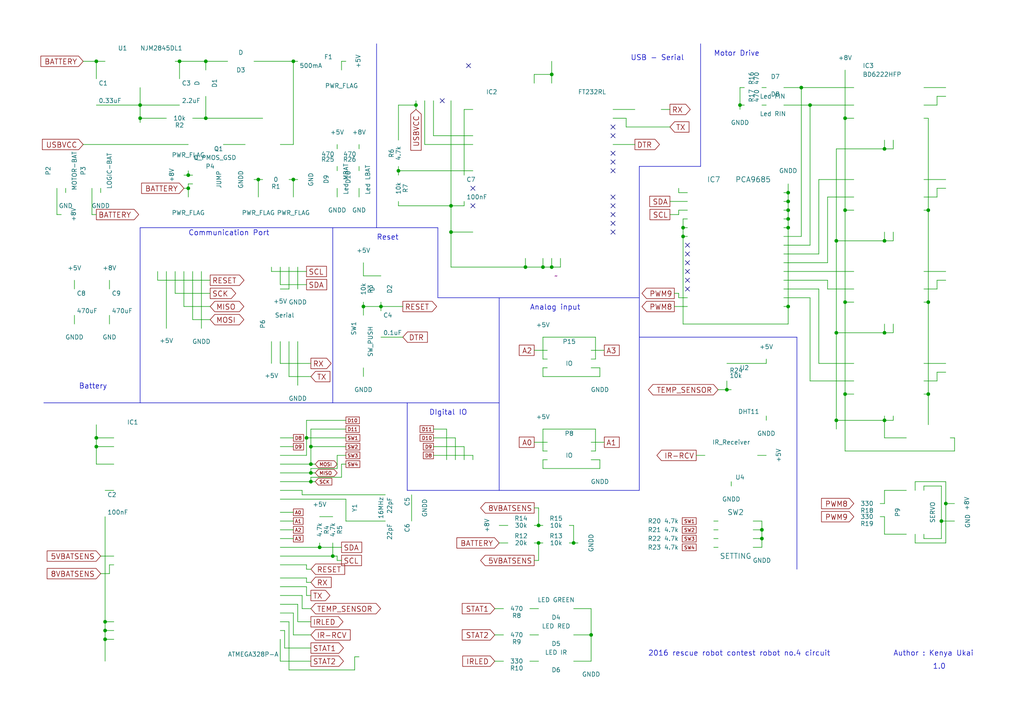
<source format=kicad_sch>
(kicad_sch (version 20230121) (generator eeschema)
  (paper "A4")
  (junction (at 40.64 30.48))
  (junction (at 210.82 113.03))
  (junction (at 54.61 50.8))
  (junction (at 120.65 30.48))
  (junction (at 85.09 52.07))
  (junction (at 92.71 158.75))
  (junction (at 27.94 17.78))
  (junction (at 269.24 114.3))
  (junction (at 228.6 58.42))
  (junction (at 160.02 77.47))
  (junction (at 40.64 34.29))
  (junction (at 90.17 139.7))
  (junction (at 130.81 59.69))
  (junction (at 90.17 134.62))
  (junction (at 88.9 127))
  (junction (at 228.6 88.9))
  (junction (at 273.05 151.13))
  (junction (at 269.24 60.96))
  (junction (at 245.11 34.29))
  (junction (at 220.98 153.67))
  (junction (at 242.57 96.52))
  (junction (at 274.32 146.05))
  (junction (at 105.41 88.9))
  (junction (at 228.6 60.96))
  (junction (at 130.81 67.31))
  (junction (at 156.21 157.48))
  (junction (at 256.54 121.92))
  (junction (at 242.57 69.85))
  (junction (at 232.41 25.4))
  (junction (at 54.61 54.61))
  (junction (at 85.09 17.78))
  (junction (at 198.12 66.04))
  (junction (at 256.54 96.52))
  (junction (at 228.6 55.88))
  (junction (at 27.94 129.54))
  (junction (at 52.07 17.78))
  (junction (at 245.11 87.63))
  (junction (at 156.21 152.4))
  (junction (at 245.11 60.96))
  (junction (at 171.45 184.15))
  (junction (at 30.48 185.42))
  (junction (at 166.37 157.48))
  (junction (at 59.69 34.29))
  (junction (at 90.17 129.54))
  (junction (at 256.54 43.18))
  (junction (at 214.63 30.48))
  (junction (at 110.49 88.9))
  (junction (at 152.4 77.47))
  (junction (at 228.6 63.5))
  (junction (at 30.48 180.34))
  (junction (at 59.69 17.78))
  (junction (at 115.57 49.53))
  (junction (at 242.57 121.92))
  (junction (at 96.52 161.29))
  (junction (at 90.17 137.16))
  (junction (at 220.98 156.21))
  (junction (at 234.95 30.48))
  (junction (at 245.11 114.3))
  (junction (at 74.93 52.07))
  (junction (at 27.94 127))
  (junction (at 256.54 69.85))
  (junction (at 198.12 68.58))
  (junction (at 30.48 182.88))
  (junction (at 269.24 87.63))
  (junction (at 228.6 66.04))
  (junction (at 160.02 21.59))
  (junction (at 157.48 77.47))
  (no_connect (at 177.8 49.53))
  (no_connect (at 137.16 54.61))
  (no_connect (at 177.8 67.31))
  (no_connect (at 177.8 62.23))
  (no_connect (at 199.39 73.66))
  (no_connect (at 177.8 64.77))
  (no_connect (at 177.8 39.37))
  (no_connect (at 199.39 81.28))
  (no_connect (at 199.39 83.82))
  (no_connect (at 199.39 71.12))
  (no_connect (at 177.8 59.69))
  (no_connect (at 177.8 57.15))
  (no_connect (at 199.39 76.2))
  (no_connect (at 177.8 46.99))
  (no_connect (at 135.89 19.05))
  (no_connect (at 128.27 29.21))
  (no_connect (at 177.8 36.83))
  (no_connect (at 177.8 44.45))
  (no_connect (at 137.16 59.69))
  (no_connect (at 199.39 78.74))
  (wire (pts (xy 102.87 194.31) (xy 102.87 190.5)))
  (wire (pts (xy 88.9 127) (xy 100.33 127)))
  (wire (pts (xy 157.48 74.93) (xy 157.48 77.47)))
  (polyline (pts (xy 203.2 48.26) (xy 185.42 48.26)))
  (wire (pts (xy 214.63 25.4) (xy 214.63 30.48)))
  (wire (pts (xy 210.82 110.49) (xy 210.82 113.03)))
  (polyline (pts (xy 40.64 66.04) (xy 127 66.04)))
  (wire (pts (xy 144.78 152.4) (xy 147.32 152.4)))
  (wire (pts (xy 256.54 96.52) (xy 259.08 96.52)))
  (wire (pts (xy 271.78 107.95) (xy 274.32 107.95)))
  (wire (pts (xy 240.03 83.82) (xy 247.65 83.82)))
  (wire (pts (xy 125.73 29.21) (xy 125.73 39.37)))
  (wire (pts (xy 166.37 157.48) (xy 167.64 157.48)))
  (wire (pts (xy 271.78 83.82) (xy 271.78 81.28)))
  (wire (pts (xy 30.48 180.34) (xy 30.48 182.88)))
  (wire (pts (xy 172.72 104.14) (xy 172.72 97.79)))
  (wire (pts (xy 273.05 140.97) (xy 267.97 140.97)))
  (wire (pts (xy 97.79 57.15) (xy 97.79 54.61)))
  (wire (pts (xy 88.9 78.74) (xy 78.74 78.74)))
  (wire (pts (xy 85.09 41.91) (xy 81.28 41.91)))
  (wire (pts (xy 27.94 134.62) (xy 33.02 134.62)))
  (wire (pts (xy 104.14 49.53) (xy 104.14 48.26)))
  (wire (pts (xy 175.26 101.6) (xy 171.45 101.6)))
  (wire (pts (xy 97.79 161.29) (xy 97.79 162.56)))
  (wire (pts (xy 97.79 135.89) (xy 97.79 132.08)))
  (wire (pts (xy 85.09 127) (xy 81.28 127)))
  (wire (pts (xy 81.28 144.78) (xy 100.33 144.78)))
  (wire (pts (xy 55.88 34.29) (xy 59.69 34.29)))
  (wire (pts (xy 81.28 82.55) (xy 81.28 77.47)))
  (wire (pts (xy 207.01 156.21) (xy 208.28 156.21)))
  (wire (pts (xy 242.57 69.85) (xy 256.54 69.85)))
  (wire (pts (xy 198.12 68.58) (xy 199.39 68.58)))
  (wire (pts (xy 158.75 104.14) (xy 157.48 104.14)))
  (wire (pts (xy 269.24 34.29) (xy 269.24 60.96)))
  (wire (pts (xy 194.31 62.23) (xy 196.85 62.23)))
  (wire (pts (xy 228.6 88.9) (xy 228.6 66.04)))
  (wire (pts (xy 90.17 124.46) (xy 100.33 124.46)))
  (wire (pts (xy 97.79 48.26) (xy 97.79 49.53)))
  (wire (pts (xy 130.81 77.47) (xy 152.4 77.47)))
  (polyline (pts (xy 109.22 66.04) (xy 109.22 12.7)))
  (wire (pts (xy 262.89 154.94) (xy 256.54 154.94)))
  (wire (pts (xy 171.45 184.15) (xy 166.37 184.15)))
  (wire (pts (xy 265.43 154.94) (xy 265.43 157.48)))
  (wire (pts (xy 85.09 17.78) (xy 86.36 17.78)))
  (wire (pts (xy 130.81 29.21) (xy 130.81 59.69)))
  (wire (pts (xy 160.02 74.93) (xy 160.02 77.47)))
  (wire (pts (xy 88.9 121.92) (xy 100.33 121.92)))
  (wire (pts (xy 92.71 158.75) (xy 99.06 158.75)))
  (wire (pts (xy 110.49 80.01) (xy 105.41 80.01)))
  (polyline (pts (xy 127 66.04) (xy 127 86.36)))
  (wire (pts (xy 115.57 49.53) (xy 115.57 50.8)))
  (wire (pts (xy 132.08 127) (xy 132.08 133.35)))
  (wire (pts (xy 177.8 31.75) (xy 184.15 31.75)))
  (wire (pts (xy 271.78 57.15) (xy 271.78 54.61)))
  (wire (pts (xy 171.45 104.14) (xy 172.72 104.14)))
  (wire (pts (xy 83.82 83.82) (xy 83.82 77.47)))
  (wire (pts (xy 152.4 74.93) (xy 152.4 77.47)))
  (wire (pts (xy 85.09 153.67) (xy 81.28 153.67)))
  (wire (pts (xy 153.67 184.15) (xy 156.21 184.15)))
  (wire (pts (xy 172.72 124.46) (xy 157.48 124.46)))
  (wire (pts (xy 256.54 154.94) (xy 256.54 149.86)))
  (wire (pts (xy 40.64 30.48) (xy 52.07 30.48)))
  (wire (pts (xy 33.02 182.88) (xy 30.48 182.88)))
  (wire (pts (xy 259.08 43.18) (xy 259.08 40.64)))
  (wire (pts (xy 228.6 63.5) (xy 228.6 60.96)))
  (wire (pts (xy 74.93 52.07) (xy 76.2 52.07)))
  (wire (pts (xy 81.28 175.26) (xy 86.36 175.26)))
  (wire (pts (xy 81.28 180.34) (xy 83.82 180.34)))
  (wire (pts (xy 274.32 146.05) (xy 276.86 146.05)))
  (wire (pts (xy 115.57 59.69) (xy 130.81 59.69)))
  (wire (pts (xy 157.48 133.35) (xy 157.48 135.89)))
  (wire (pts (xy 74.93 57.15) (xy 74.93 52.07)))
  (wire (pts (xy 54.61 49.53) (xy 54.61 50.8)))
  (wire (pts (xy 54.61 53.34) (xy 54.61 54.61)))
  (wire (pts (xy 245.11 87.63) (xy 245.11 114.3)))
  (wire (pts (xy 227.33 73.66) (xy 237.49 73.66)))
  (wire (pts (xy 120.65 30.48) (xy 120.65 31.75)))
  (wire (pts (xy 143.51 191.77) (xy 146.05 191.77)))
  (wire (pts (xy 54.61 53.34) (xy 55.88 53.34)))
  (wire (pts (xy 222.25 105.41) (xy 222.25 104.14)))
  (wire (pts (xy 237.49 52.07) (xy 247.65 52.07)))
  (wire (pts (xy 143.51 176.53) (xy 146.05 176.53)))
  (wire (pts (xy 16.51 62.23) (xy 17.78 62.23)))
  (wire (pts (xy 73.66 52.07) (xy 74.93 52.07)))
  (wire (pts (xy 218.44 153.67) (xy 220.98 153.67)))
  (wire (pts (xy 19.05 54.61) (xy 19.05 55.88)))
  (wire (pts (xy 54.61 50.8) (xy 55.88 50.8)))
  (wire (pts (xy 256.54 142.24) (xy 262.89 142.24)))
  (wire (pts (xy 228.6 88.9) (xy 227.33 88.9)))
  (wire (pts (xy 242.57 69.85) (xy 242.57 96.52)))
  (wire (pts (xy 90.17 129.54) (xy 100.33 129.54)))
  (wire (pts (xy 50.8 17.78) (xy 52.07 17.78)))
  (wire (pts (xy 240.03 81.28) (xy 227.33 81.28)))
  (wire (pts (xy 134.62 31.75) (xy 134.62 50.8)))
  (wire (pts (xy 196.85 86.36) (xy 196.85 85.09)))
  (wire (pts (xy 256.54 149.86) (xy 255.27 149.86)))
  (wire (pts (xy 83.82 52.07) (xy 85.09 52.07)))
  (wire (pts (xy 242.57 43.18) (xy 242.57 69.85)))
  (wire (pts (xy 27.94 17.78) (xy 30.48 17.78)))
  (wire (pts (xy 96.52 161.29) (xy 97.79 161.29)))
  (wire (pts (xy 255.27 146.05) (xy 256.54 146.05)))
  (wire (pts (xy 154.94 24.13) (xy 154.94 21.59)))
  (wire (pts (xy 88.9 167.64) (xy 88.9 168.91)))
  (wire (pts (xy 50.8 85.09) (xy 50.8 78.74)))
  (wire (pts (xy 52.07 17.78) (xy 59.69 17.78)))
  (wire (pts (xy 81.28 134.62) (xy 90.17 134.62)))
  (wire (pts (xy 256.54 120.65) (xy 256.54 121.92)))
  (wire (pts (xy 259.08 96.52) (xy 259.08 93.98)))
  (wire (pts (xy 198.12 68.58) (xy 198.12 93.98)))
  (wire (pts (xy 64.77 41.91) (xy 71.12 41.91)))
  (wire (pts (xy 271.78 110.49) (xy 271.78 107.95)))
  (wire (pts (xy 273.05 156.21) (xy 273.05 151.13)))
  (wire (pts (xy 227.33 78.74) (xy 247.65 78.74)))
  (polyline (pts (xy 231.14 97.79) (xy 231.14 165.1)))
  (wire (pts (xy 26.67 62.23) (xy 27.94 62.23)))
  (wire (pts (xy 201.93 132.08) (xy 204.47 132.08)))
  (wire (pts (xy 237.49 73.66) (xy 237.49 52.07)))
  (wire (pts (xy 88.9 167.64) (xy 81.28 167.64)))
  (wire (pts (xy 60.96 85.09) (xy 50.8 85.09)))
  (wire (pts (xy 97.79 132.08) (xy 100.33 132.08)))
  (wire (pts (xy 130.81 59.69) (xy 130.81 67.31)))
  (wire (pts (xy 196.85 55.88) (xy 196.85 54.61)))
  (wire (pts (xy 81.28 172.72) (xy 87.63 172.72)))
  (wire (pts (xy 158.75 133.35) (xy 157.48 133.35)))
  (wire (pts (xy 130.81 67.31) (xy 130.81 77.47)))
  (wire (pts (xy 53.34 50.8) (xy 54.61 50.8)))
  (wire (pts (xy 271.78 27.94) (xy 274.32 27.94)))
  (wire (pts (xy 219.71 132.08) (xy 222.25 132.08)))
  (wire (pts (xy 156.21 152.4) (xy 157.48 152.4)))
  (wire (pts (xy 227.33 86.36) (xy 234.95 86.36)))
  (wire (pts (xy 55.88 92.71) (xy 55.88 78.74)))
  (wire (pts (xy 271.78 30.48) (xy 271.78 27.94)))
  (wire (pts (xy 105.41 87.63) (xy 105.41 88.9)))
  (wire (pts (xy 274.32 157.48) (xy 274.32 146.05)))
  (wire (pts (xy 31.75 163.83) (xy 31.75 166.37)))
  (wire (pts (xy 157.48 109.22) (xy 173.99 109.22)))
  (wire (pts (xy 116.84 97.79) (xy 110.49 97.79)))
  (wire (pts (xy 237.49 83.82) (xy 237.49 105.41)))
  (wire (pts (xy 33.02 129.54) (xy 27.94 129.54)))
  (wire (pts (xy 177.8 34.29) (xy 181.61 34.29)))
  (wire (pts (xy 227.33 68.58) (xy 232.41 68.58)))
  (wire (pts (xy 198.12 63.5) (xy 198.12 66.04)))
  (wire (pts (xy 33.02 185.42) (xy 30.48 185.42)))
  (wire (pts (xy 33.02 163.83) (xy 31.75 163.83)))
  (wire (pts (xy 171.45 176.53) (xy 166.37 176.53)))
  (wire (pts (xy 81.28 185.42) (xy 81.28 191.77)))
  (wire (pts (xy 73.66 17.78) (xy 85.09 17.78)))
  (wire (pts (xy 171.45 191.77) (xy 166.37 191.77)))
  (wire (pts (xy 242.57 96.52) (xy 242.57 121.92)))
  (wire (pts (xy 85.09 57.15) (xy 85.09 52.07)))
  (wire (pts (xy 78.74 78.74) (xy 78.74 77.47)))
  (wire (pts (xy 125.73 39.37) (xy 137.16 39.37)))
  (wire (pts (xy 228.6 58.42) (xy 228.6 55.88)))
  (wire (pts (xy 90.17 129.54) (xy 90.17 134.62)))
  (wire (pts (xy 245.11 114.3) (xy 245.11 130.81)))
  (wire (pts (xy 232.41 25.4) (xy 247.65 25.4)))
  (wire (pts (xy 120.65 30.48) (xy 115.57 30.48)))
  (wire (pts (xy 59.69 20.32) (xy 59.69 17.78)))
  (wire (pts (xy 88.9 168.91) (xy 90.17 168.91)))
  (wire (pts (xy 181.61 34.29) (xy 181.61 36.83)))
  (wire (pts (xy 153.67 191.77) (xy 156.21 191.77)))
  (wire (pts (xy 120.65 29.21) (xy 120.65 30.48)))
  (wire (pts (xy 245.11 20.32) (xy 245.11 34.29)))
  (wire (pts (xy 220.98 156.21) (xy 220.98 158.75)))
  (wire (pts (xy 99.06 134.62) (xy 100.33 134.62)))
  (wire (pts (xy 81.28 156.21) (xy 85.09 156.21)))
  (wire (pts (xy 100.33 144.78) (xy 100.33 151.13)))
  (wire (pts (xy 245.11 60.96) (xy 247.65 60.96)))
  (wire (pts (xy 273.05 151.13) (xy 276.86 151.13)))
  (wire (pts (xy 30.48 149.86) (xy 30.48 180.34)))
  (wire (pts (xy 85.09 52.07) (xy 86.36 52.07)))
  (wire (pts (xy 247.65 57.15) (xy 240.03 57.15)))
  (wire (pts (xy 228.6 66.04) (xy 227.33 66.04)))
  (wire (pts (xy 96.52 149.86) (xy 92.71 149.86)))
  (wire (pts (xy 105.41 80.01) (xy 105.41 76.2)))
  (wire (pts (xy 237.49 83.82) (xy 227.33 83.82)))
  (wire (pts (xy 156.21 162.56) (xy 154.94 162.56)))
  (wire (pts (xy 220.98 30.48) (xy 222.25 30.48)))
  (wire (pts (xy 119.38 143.51) (xy 119.38 151.13)))
  (wire (pts (xy 199.39 66.04) (xy 198.12 66.04)))
  (wire (pts (xy 87.63 142.24) (xy 81.28 142.24)))
  (wire (pts (xy 208.28 113.03) (xy 210.82 113.03)))
  (wire (pts (xy 269.24 114.3) (xy 267.97 114.3)))
  (wire (pts (xy 154.94 152.4) (xy 156.21 152.4)))
  (wire (pts (xy 274.32 78.74) (xy 267.97 78.74)))
  (wire (pts (xy 181.61 36.83) (xy 194.31 36.83)))
  (wire (pts (xy 81.28 170.18) (xy 88.9 170.18)))
  (wire (pts (xy 88.9 172.72) (xy 90.17 172.72)))
  (wire (pts (xy 104.14 43.18) (xy 104.14 41.91)))
  (wire (pts (xy 27.94 22.86) (xy 27.94 17.78)))
  (wire (pts (xy 29.21 161.29) (xy 33.02 161.29)))
  (wire (pts (xy 115.57 49.53) (xy 137.16 49.53)))
  (wire (pts (xy 198.12 63.5) (xy 199.39 63.5)))
  (wire (pts (xy 115.57 58.42) (xy 115.57 59.69)))
  (wire (pts (xy 215.9 30.48) (xy 214.63 30.48)))
  (wire (pts (xy 27.94 127) (xy 27.94 129.54)))
  (wire (pts (xy 137.16 132.08) (xy 125.73 132.08)))
  (wire (pts (xy 166.37 152.4) (xy 166.37 157.48)))
  (wire (pts (xy 88.9 121.92) (xy 88.9 127)))
  (wire (pts (xy 269.24 114.3) (xy 269.24 123.19)))
  (wire (pts (xy 16.51 54.61) (xy 16.51 62.23)))
  (wire (pts (xy 157.48 135.89) (xy 173.99 135.89)))
  (wire (pts (xy 33.02 127) (xy 27.94 127)))
  (wire (pts (xy 228.6 93.98) (xy 228.6 88.9)))
  (wire (pts (xy 228.6 55.88) (xy 227.33 55.88)))
  (wire (pts (xy 242.57 121.92) (xy 256.54 121.92)))
  (wire (pts (xy 173.99 133.35) (xy 171.45 133.35)))
  (wire (pts (xy 100.33 17.78) (xy 99.06 17.78)))
  (wire (pts (xy 214.63 30.48) (xy 214.63 31.75)))
  (wire (pts (xy 214.63 25.4) (xy 215.9 25.4)))
  (wire (pts (xy 195.58 88.9) (xy 199.39 88.9)))
  (wire (pts (xy 81.28 182.88) (xy 82.55 182.88)))
  (wire (pts (xy 222.25 25.4) (xy 220.98 25.4)))
  (wire (pts (xy 99.06 138.43) (xy 99.06 134.62)))
  (wire (pts (xy 21.59 91.44) (xy 21.59 93.98)))
  (polyline (pts (xy 127 86.36) (xy 185.42 86.36)))
  (wire (pts (xy 53.34 54.61) (xy 54.61 54.61)))
  (wire (pts (xy 267.97 57.15) (xy 271.78 57.15)))
  (wire (pts (xy 267.97 156.21) (xy 273.05 156.21)))
  (wire (pts (xy 88.9 165.1) (xy 90.17 165.1)))
  (wire (pts (xy 265.43 157.48) (xy 274.32 157.48)))
  (wire (pts (xy 137.16 67.31) (xy 130.81 67.31)))
  (wire (pts (xy 245.11 34.29) (xy 245.11 60.96)))
  (wire (pts (xy 30.48 180.34) (xy 33.02 180.34)))
  (wire (pts (xy 160.02 21.59) (xy 160.02 24.13)))
  (wire (pts (xy 157.48 106.68) (xy 157.48 109.22)))
  (wire (pts (xy 87.63 176.53) (xy 90.17 176.53)))
  (wire (pts (xy 104.14 57.15) (xy 104.14 54.61)))
  (wire (pts (xy 242.57 43.18) (xy 256.54 43.18)))
  (wire (pts (xy 30.48 142.24) (xy 33.02 142.24)))
  (wire (pts (xy 97.79 162.56) (xy 99.06 162.56)))
  (wire (pts (xy 256.54 121.92) (xy 256.54 127)))
  (wire (pts (xy 273.05 151.13) (xy 273.05 140.97)))
  (wire (pts (xy 110.49 87.63) (xy 110.49 88.9)))
  (wire (pts (xy 171.45 130.81) (xy 172.72 130.81)))
  (wire (pts (xy 86.36 111.76) (xy 86.36 99.06)))
  (wire (pts (xy 172.72 130.81) (xy 172.72 124.46)))
  (wire (pts (xy 130.81 59.69) (xy 134.62 59.69)))
  (wire (pts (xy 232.41 68.58) (xy 232.41 25.4)))
  (wire (pts (xy 29.21 55.88) (xy 29.21 54.61)))
  (wire (pts (xy 207.01 158.75) (xy 208.28 158.75)))
  (wire (pts (xy 90.17 139.7) (xy 90.17 138.43)))
  (wire (pts (xy 218.44 156.21) (xy 220.98 156.21)))
  (wire (pts (xy 172.72 97.79) (xy 157.48 97.79)))
  (wire (pts (xy 212.09 140.97) (xy 212.09 139.7)))
  (wire (pts (xy 271.78 81.28) (xy 274.32 81.28)))
  (wire (pts (xy 158.75 130.81) (xy 157.48 130.81)))
  (wire (pts (xy 82.55 182.88) (xy 82.55 187.96)))
  (wire (pts (xy 40.64 30.48) (xy 40.64 34.29)))
  (wire (pts (xy 85.09 184.15) (xy 90.17 184.15)))
  (polyline (pts (xy 144.78 86.36) (xy 144.78 142.24)))
  (wire (pts (xy 171.45 176.53) (xy 171.45 184.15)))
  (wire (pts (xy 110.49 88.9) (xy 110.49 90.17)))
  (wire (pts (xy 81.28 158.75) (xy 92.71 158.75)))
  (wire (pts (xy 275.59 127) (xy 276.86 127)))
  (wire (pts (xy 60.96 92.71) (xy 55.88 92.71)))
  (wire (pts (xy 90.17 109.22) (xy 83.82 109.22)))
  (wire (pts (xy 81.28 148.59) (xy 85.09 148.59)))
  (wire (pts (xy 157.48 77.47) (xy 160.02 77.47)))
  (wire (pts (xy 196.85 62.23) (xy 196.85 60.96)))
  (wire (pts (xy 234.95 86.36) (xy 234.95 110.49)))
  (wire (pts (xy 52.07 17.78) (xy 52.07 22.86)))
  (wire (pts (xy 58.42 95.25) (xy 58.42 78.74)))
  (wire (pts (xy 156.21 147.32) (xy 156.21 152.4)))
  (wire (pts (xy 267.97 140.97) (xy 267.97 142.24)))
  (wire (pts (xy 199.39 58.42) (xy 194.31 58.42)))
  (wire (pts (xy 81.28 161.29) (xy 96.52 161.29)))
  (wire (pts (xy 60.96 88.9) (xy 53.34 88.9)))
  (wire (pts (xy 267.97 110.49) (xy 271.78 110.49)))
  (polyline (pts (xy 96.52 116.84) (xy 96.52 66.04)))
  (wire (pts (xy 228.6 60.96) (xy 228.6 58.42)))
  (wire (pts (xy 90.17 135.89) (xy 97.79 135.89)))
  (wire (pts (xy 115.57 48.26) (xy 115.57 49.53)))
  (wire (pts (xy 45.72 81.28) (xy 45.72 78.74)))
  (wire (pts (xy 123.19 41.91) (xy 123.19 29.21)))
  (wire (pts (xy 83.82 194.31) (xy 102.87 194.31)))
  (wire (pts (xy 220.98 153.67) (xy 220.98 156.21)))
  (wire (pts (xy 245.11 114.3) (xy 247.65 114.3)))
  (wire (pts (xy 269.24 60.96) (xy 269.24 87.63)))
  (wire (pts (xy 105.41 88.9) (xy 105.41 91.44)))
  (wire (pts (xy 191.77 31.75) (xy 194.31 31.75)))
  (wire (pts (xy 173.99 109.22) (xy 173.99 106.68)))
  (wire (pts (xy 134.62 59.69) (xy 134.62 58.42)))
  (wire (pts (xy 59.69 17.78) (xy 66.04 17.78)))
  (wire (pts (xy 27.94 123.19) (xy 27.94 127)))
  (wire (pts (xy 259.08 121.92) (xy 259.08 120.65)))
  (wire (pts (xy 137.16 41.91) (xy 123.19 41.91)))
  (polyline (pts (xy 118.11 116.84) (xy 118.11 142.24)))
  (wire (pts (xy 227.33 63.5) (xy 228.6 63.5)))
  (wire (pts (xy 90.17 105.41) (xy 81.28 105.41)))
  (wire (pts (xy 227.33 60.96) (xy 228.6 60.96)))
  (wire (pts (xy 207.01 151.13) (xy 208.28 151.13)))
  (wire (pts (xy 24.13 41.91) (xy 54.61 41.91)))
  (wire (pts (xy 81.28 177.8) (xy 85.09 177.8)))
  (polyline (pts (xy 12.7 116.84) (xy 144.78 116.84)))
  (wire (pts (xy 81.28 151.13) (xy 85.09 151.13)))
  (wire (pts (xy 240.03 83.82) (xy 240.03 81.28)))
  (wire (pts (xy 256.54 43.18) (xy 259.08 43.18)))
  (wire (pts (xy 234.95 30.48) (xy 234.95 71.12)))
  (wire (pts (xy 78.74 99.06) (xy 78.74 105.41)))
  (wire (pts (xy 245.11 87.63) (xy 247.65 87.63)))
  (wire (pts (xy 86.36 175.26) (xy 86.36 180.34)))
  (wire (pts (xy 220.98 158.75) (xy 218.44 158.75)))
  (wire (pts (xy 196.85 85.09) (xy 195.58 85.09)))
  (wire (pts (xy 267.97 154.94) (xy 267.97 156.21)))
  (wire (pts (xy 96.52 157.48) (xy 96.52 161.29)))
  (wire (pts (xy 54.61 54.61) (xy 54.61 57.15)))
  (wire (pts (xy 267.97 30.48) (xy 271.78 30.48)))
  (wire (pts (xy 90.17 124.46) (xy 90.17 129.54)))
  (wire (pts (xy 53.34 88.9) (xy 53.34 78.74)))
  (wire (pts (xy 210.82 113.03) (xy 212.09 113.03)))
  (wire (pts (xy 256.54 43.18) (xy 256.54 40.64)))
  (wire (pts (xy 137.16 31.75) (xy 134.62 31.75)))
  (wire (pts (xy 137.16 133.35) (xy 137.16 132.08)))
  (wire (pts (xy 105.41 109.22) (xy 105.41 106.68)))
  (wire (pts (xy 198.12 66.04) (xy 198.12 68.58)))
  (wire (pts (xy 156.21 157.48) (xy 156.21 162.56)))
  (wire (pts (xy 234.95 110.49) (xy 247.65 110.49)))
  (wire (pts (xy 81.28 191.77) (xy 90.17 191.77)))
  (wire (pts (xy 173.99 106.68) (xy 171.45 106.68)))
  (wire (pts (xy 152.4 77.47) (xy 157.48 77.47)))
  (wire (pts (xy 31.75 83.82) (xy 31.75 81.28)))
  (wire (pts (xy 227.33 30.48) (xy 234.95 30.48)))
  (polyline (pts (xy 203.2 12.7) (xy 203.2 48.26)))
  (wire (pts (xy 269.24 34.29) (xy 267.97 34.29)))
  (wire (pts (xy 31.75 93.98) (xy 31.75 91.44)))
  (wire (pts (xy 154.94 21.59) (xy 160.02 21.59)))
  (wire (pts (xy 267.97 83.82) (xy 271.78 83.82)))
  (wire (pts (xy 160.02 17.78) (xy 160.02 21.59)))
  (polyline (pts (xy 185.42 97.79) (xy 231.14 97.79)))
  (wire (pts (xy 82.55 187.96) (xy 90.17 187.96)))
  (wire (pts (xy 269.24 87.63) (xy 267.97 87.63)))
  (wire (pts (xy 165.1 157.48) (xy 166.37 157.48)))
  (wire (pts (xy 157.48 130.81) (xy 157.48 124.46)))
  (wire (pts (xy 256.54 127) (xy 262.89 127)))
  (wire (pts (xy 27.94 30.48) (xy 40.64 30.48)))
  (wire (pts (xy 24.13 17.78) (xy 27.94 17.78)))
  (wire (pts (xy 88.9 82.55) (xy 81.28 82.55)))
  (wire (pts (xy 97.79 41.91) (xy 97.79 43.18)))
  (wire (pts (xy 129.54 124.46) (xy 129.54 133.35)))
  (wire (pts (xy 154.94 101.6) (xy 158.75 101.6)))
  (wire (pts (xy 147.32 157.48) (xy 144.78 157.48)))
  (wire (pts (xy 21.59 83.82) (xy 21.59 81.28)))
  (wire (pts (xy 59.69 27.94) (xy 59.69 34.29)))
  (wire (pts (xy 210.82 105.41) (xy 222.25 105.41)))
  (wire (pts (xy 256.54 146.05) (xy 256.54 142.24)))
  (wire (pts (xy 90.17 137.16) (xy 90.17 135.89)))
  (wire (pts (xy 276.86 127) (xy 276.86 130.81)))
  (wire (pts (xy 92.71 158.75) (xy 92.71 157.48)))
  (wire (pts (xy 40.64 34.29) (xy 40.64 35.56)))
  (wire (pts (xy 259.08 69.85) (xy 259.08 67.31)))
  (wire (pts (xy 199.39 86.36) (xy 196.85 86.36)))
  (wire (pts (xy 88.9 170.18) (xy 88.9 172.72)))
  (wire (pts (xy 227.33 25.4) (xy 232.41 25.4)))
  (wire (pts (xy 160.02 77.47) (xy 162.56 77.47)))
  (wire (pts (xy 199.39 55.88) (xy 196.85 55.88)))
  (wire (pts (xy 162.56 77.47) (xy 162.56 74.93)))
  (wire (pts (xy 85.09 177.8) (xy 85.09 184.15)))
  (wire (pts (xy 105.41 88.9) (xy 110.49 88.9)))
  (wire (pts (xy 90.17 137.16) (xy 91.44 137.16)))
  (wire (pts (xy 125.73 127) (xy 132.08 127)))
  (wire (pts (xy 242.57 96.52) (xy 256.54 96.52)))
  (wire (pts (xy 81.28 139.7) (xy 90.17 139.7)))
  (wire (pts (xy 198.12 93.98) (xy 228.6 93.98)))
  (wire (pts (xy 83.82 180.34) (xy 83.82 194.31)))
  (wire (pts (xy 134.62 129.54) (xy 134.62 133.35)))
  (wire (pts (xy 256.54 121.92) (xy 259.08 121.92)))
  (wire (pts (xy 48.26 78.74) (xy 48.26 95.25)))
  (wire (pts (xy 269.24 87.63) (xy 269.24 114.3)))
  (wire (pts (xy 143.51 184.15) (xy 146.05 184.15)))
  (wire (pts (xy 115.57 30.48) (xy 115.57 40.64)))
  (wire (pts (xy 237.49 105.41) (xy 247.65 105.41)))
  (wire (pts (xy 81.28 137.16) (xy 90.17 137.16)))
  (polyline (pts (xy 40.64 116.84) (xy 40.64 66.04)))
  (wire (pts (xy 227.33 76.2) (xy 240.03 76.2)))
  (wire (pts (xy 177.8 41.91) (xy 184.15 41.91)))
  (wire (pts (xy 234.95 71.12) (xy 227.33 71.12)))
  (wire (pts (xy 86.36 83.82) (xy 86.36 77.47)))
  (wire (pts (xy 245.11 60.96) (xy 245.11 87.63)))
  (wire (pts (xy 271.78 54.61) (xy 274.32 54.61)))
  (wire (pts (xy 158.75 106.68) (xy 157.48 106.68)))
  (wire (pts (xy 153.67 176.53) (xy 156.21 176.53)))
  (wire (pts (xy 240.03 76.2) (xy 240.03 57.15)))
  (wire (pts (xy 83.82 109.22) (xy 83.82 99.06)))
  (wire (pts (xy 87.63 143.51) (xy 87.63 142.24)))
  (wire (pts (xy 85.09 17.78) (xy 85.09 41.91)))
  (wire (pts (xy 157.48 104.14) (xy 157.48 97.79)))
  (wire (pts (xy 154.94 128.27) (xy 158.75 128.27)))
  (wire (pts (xy 48.26 34.29) (xy 40.64 34.29)))
  (wire (pts (xy 26.67 62.23) (xy 26.67 54.61)))
  (wire (pts (xy 228.6 55.88) (xy 228.6 53.34)))
  (wire (pts (xy 154.94 157.48) (xy 156.21 157.48)))
  (wire (pts (xy 256.54 93.98) (xy 256.54 96.52)))
  (wire (pts (xy 265.43 142.24) (xy 265.43 139.7)))
  (wire (pts (xy 90.17 139.7) (xy 91.44 139.7)))
  (wire (pts (xy 81.28 83.82) (xy 83.82 83.82)))
  (wire (pts (xy 274.32 146.05) (xy 274.32 139.7)))
  (wire (pts (xy 86.36 180.34) (xy 90.17 180.34)))
  (wire (pts (xy 156.21 147.32) (xy 154.94 147.32)))
  (wire (pts (xy 220.98 151.13) (xy 218.44 151.13)))
  (wire (pts (xy 88.9 127) (xy 88.9 132.08)))
  (wire (pts (xy 30.48 185.42) (xy 30.48 191.77)))
  (wire (pts (xy 228.6 66.04) (xy 228.6 63.5)))
  (wire (pts (xy 81.28 129.54) (xy 85.09 129.54)))
  (wire (pts (xy 81.28 163.83) (xy 88.9 163.83)))
  (wire (pts (xy 125.73 124.46) (xy 129.54 124.46)))
  (wire (pts (xy 30.48 182.88) (xy 30.48 185.42)))
  (wire (pts (xy 171.45 184.15) (xy 171.45 191.77)))
  (wire (pts (xy 81.28 105.41) (xy 81.28 99.06)))
  (wire (pts (xy 256.54 69.85) (xy 259.08 69.85)))
  (wire (pts (xy 256.54 67.31) (xy 256.54 69.85)))
  (wire (pts (xy 88.9 132.08) (xy 81.28 132.08)))
  (wire (pts (xy 88.9 163.83) (xy 88.9 165.1)))
  (wire (pts (xy 267.97 105.41) (xy 274.32 105.41)))
  (wire (pts (xy 27.94 129.54) (xy 27.94 134.62)))
  (wire (pts (xy 267.97 25.4) (xy 274.32 25.4)))
  (wire (pts (xy 31.75 166.37) (xy 29.21 166.37)))
  (wire (pts (xy 222.25 121.92) (xy 222.25 120.65)))
  (wire (pts (xy 60.96 81.28) (xy 45.72 81.28)))
  (wire (pts (xy 40.64 25.4) (xy 40.64 30.48)))
  (wire (pts (xy 90.17 138.43) (xy 99.06 138.43)))
  (polyline (pts (xy 185.42 48.26) (xy 185.42 142.24)))
  (wire (pts (xy 90.17 134.62) (xy 91.44 134.62)))
  (wire (pts (xy 100.33 151.13) (xy 111.76 151.13)))
  (wire (pts (xy 234.95 30.48) (xy 247.65 30.48)))
  (wire (pts (xy 110.49 88.9) (xy 116.84 88.9)))
  (polyline (pts (xy 185.42 142.24) (xy 118.11 142.24)))
  (wire (pts (xy 267.97 52.07) (xy 274.32 52.07)))
  (wire (pts (xy 173.99 135.89) (xy 173.99 133.35)))
  (wire (pts (xy 276.86 130.81) (xy 245.11 130.81)))
  (wire (pts (xy 87.63 172.72) (xy 87.63 176.53)))
  (wire (pts (xy 175.26 128.27) (xy 171.45 128.27)))
  (wire (pts (xy 102.87 190.5) (xy 104.14 190.5)))
  (wire (pts (xy 99.06 17.78) (xy 99.06 20.32)))
  (wire (pts (xy 242.57 121.92) (xy 242.57 124.46)))
  (wire (pts (xy 87.63 143.51) (xy 111.76 143.51)))
  (wire (pts (xy 207.01 153.67) (xy 208.28 153.67)))
  (wire (pts (xy 125.73 129.54) (xy 134.62 129.54)))
  (wire (pts (xy 220.98 151.13) (xy 220.98 153.67)))
  (wire (pts (xy 196.85 60.96) (xy 199.39 60.96)))
  (wire (pts (xy 265.43 139.7) (xy 274.32 139.7)))
  (wire (pts (xy 245.11 34.29) (xy 247.65 34.29)))
  (wire (pts (xy 269.24 60.96) (xy 267.97 60.96)))
  (wire (pts (xy 59.69 34.29) (xy 76.2 34.29)))
  (wire (pts (xy 227.33 58.42) (xy 228.6 58.42)))
  (wire (pts (xy 156.21 157.48) (xy 157.48 157.48)))
  (wire (pts (xy 165.1 152.4) (xy 166.37 152.4)))
  (text "2016 rescue robot contest robot no.4 circuit" (at 187.96 190.5 0) (effects (font (size 1.524 1.524)) (justify left bottom)))
  (text "Communication Port" (at 54.61 68.58 0) (effects (font (size 1.524 1.524)) (justify left bottom)))
  (text "Author : Kenya Ukai" (at 259.08 190.5 0) (effects (font (size 1.524 1.524)) (justify left bottom)))
  (text "USB - Serial" (at 182.88 17.78 0) (effects (font (size 1.524 1.524)) (justify left bottom)))
  (text "Reset" (at 109.22 69.85 0) (effects (font (size 1.524 1.524)) (justify left bottom)))
  (text "1.0" (at 270.51 194.31 0) (effects (font (size 1.524 1.524)) (justify left bottom)))
  (text "DIgital IO" (at 124.46 120.65 0) (effects (font (size 1.524 1.524)) (justify left bottom)))
  (text "Battery" (at 22.86 113.03 0) (effects (font (size 1.524 1.524)) (justify left bottom)))
  (text "Motor Drive" (at 207.01 16.51 0) (effects (font (size 1.524 1.524)) (justify left bottom)))
  (text "Analog input" (at 153.67 90.17 0) (effects (font (size 1.524 1.524)) (justify left bottom)))
  (global_label "SW1" (shape passive) (at 100.33 127 0) (effects (font (size 0.9906 0.9906))) (property "Intersheetrefs" "${INTERSHEET_REFS}" (effects hide)))
  (global_label "STAT2" (shape input) (at 143.51 184.15 180) (effects (font (size 1.524 1.524))) (property "Intersheetrefs" "${INTERSHEET_REFS}" (effects hide)))
  (global_label "PWM9" (shape input) (at 247.65 149.86 180) (effects (font (size 1.524 1.524))) (property "Intersheetrefs" "${INTERSHEET_REFS}" (effects hide)))
  (global_label "5VBATSENS" (shape output) (at 154.94 162.56 180) (effects (font (size 1.524 1.524))) (property "Intersheetrefs" "${INTERSHEET_REFS}" (effects hide)))
  (global_label "D10" (shape passive) (at 125.73 127 180) (effects (font (size 0.9906 0.9906))) (property "Intersheetrefs" "${INTERSHEET_REFS}" (effects hide)))
  (global_label "D9" (shape passive) (at 125.73 129.54 180) (effects (font (size 0.9906 0.9906))) (property "Intersheetrefs" "${INTERSHEET_REFS}" (effects hide)))
  (global_label "TX" (shape input) (at 90.17 109.22 0) (effects (font (size 1.524 1.524))) (property "Intersheetrefs" "${INTERSHEET_REFS}" (effects hide)))
  (global_label "A1" (shape passive) (at 85.09 151.13 0) (effects (font (size 0.9906 0.9906))) (property "Intersheetrefs" "${INTERSHEET_REFS}" (effects hide)))
  (global_label "8VBATSENS" (shape input) (at 29.21 166.37 180) (effects (font (size 1.524 1.524))) (property "Intersheetrefs" "${INTERSHEET_REFS}" (effects hide)))
  (global_label "SW3" (shape passive) (at 100.33 132.08 0) (effects (font (size 0.9906 0.9906))) (property "Intersheetrefs" "${INTERSHEET_REFS}" (effects hide)))
  (global_label "MISO" (shape bidirectional) (at 91.44 137.16 0) (effects (font (size 0.9906 0.9906))) (property "Intersheetrefs" "${INTERSHEET_REFS}" (effects hide)))
  (global_label "D10" (shape passive) (at 100.33 121.92 0) (effects (font (size 0.9906 0.9906))) (property "Intersheetrefs" "${INTERSHEET_REFS}" (effects hide)))
  (global_label "BATTERY" (shape input) (at 144.78 157.48 180) (effects (font (size 1.524 1.524))) (property "Intersheetrefs" "${INTERSHEET_REFS}" (effects hide)))
  (global_label "SW4" (shape passive) (at 201.93 158.75 180) (effects (font (size 0.9906 0.9906))) (property "Intersheetrefs" "${INTERSHEET_REFS}" (effects hide)))
  (global_label "RESET" (shape input) (at 90.17 165.1 0) (effects (font (size 1.524 1.524))) (property "Intersheetrefs" "${INTERSHEET_REFS}" (effects hide)))
  (global_label "D8" (shape passive) (at 85.09 127 0) (effects (font (size 0.9906 0.9906))) (property "Intersheetrefs" "${INTERSHEET_REFS}" (effects hide)))
  (global_label "A2" (shape passive) (at 85.09 153.67 0) (effects (font (size 0.9906 0.9906))) (property "Intersheetrefs" "${INTERSHEET_REFS}" (effects hide)))
  (global_label "USBVCC" (shape input) (at 120.65 31.75 270) (effects (font (size 1.524 1.524))) (property "Intersheetrefs" "${INTERSHEET_REFS}" (effects hide)))
  (global_label "D11" (shape passive) (at 125.73 124.46 180) (effects (font (size 0.9906 0.9906))) (property "Intersheetrefs" "${INTERSHEET_REFS}" (effects hide)))
  (global_label "SCK" (shape output) (at 60.96 85.09 0) (effects (font (size 1.524 1.524))) (property "Intersheetrefs" "${INTERSHEET_REFS}" (effects hide)))
  (global_label "RX" (shape input) (at 90.17 168.91 0) (effects (font (size 1.524 1.524))) (property "Intersheetrefs" "${INTERSHEET_REFS}" (effects hide)))
  (global_label "USBVCC" (shape input) (at 24.13 41.91 180) (effects (font (size 1.524 1.524))) (property "Intersheetrefs" "${INTERSHEET_REFS}" (effects hide)))
  (global_label "STAT1" (shape output) (at 90.17 187.96 0) (effects (font (size 1.524 1.524))) (property "Intersheetrefs" "${INTERSHEET_REFS}" (effects hide)))
  (global_label "8VBATSENS" (shape output) (at 154.94 147.32 180) (effects (font (size 1.524 1.524))) (property "Intersheetrefs" "${INTERSHEET_REFS}" (effects hide)))
  (global_label "TX" (shape input) (at 194.31 36.83 0) (effects (font (size 1.524 1.524))) (property "Intersheetrefs" "${INTERSHEET_REFS}" (effects hide)))
  (global_label "RX" (shape output) (at 90.17 105.41 0) (effects (font (size 1.524 1.524))) (property "Intersheetrefs" "${INTERSHEET_REFS}" (effects hide)))
  (global_label "TX" (shape output) (at 90.17 172.72 0) (effects (font (size 1.524 1.524))) (property "Intersheetrefs" "${INTERSHEET_REFS}" (effects hide)))
  (global_label "5VBATSENS" (shape input) (at 29.21 161.29 180) (effects (font (size 1.524 1.524))) (property "Intersheetrefs" "${INTERSHEET_REFS}" (effects hide)))
  (global_label "SW2" (shape passive) (at 201.93 153.67 180) (effects (font (size 0.9906 0.9906))) (property "Intersheetrefs" "${INTERSHEET_REFS}" (effects hide)))
  (global_label "IR-RCV" (shape input) (at 90.17 184.15 0) (effects (font (size 1.524 1.524))) (property "Intersheetrefs" "${INTERSHEET_REFS}" (effects hide)))
  (global_label "PWM8" (shape output) (at 195.58 88.9 180) (effects (font (size 1.524 1.524))) (property "Intersheetrefs" "${INTERSHEET_REFS}" (effects hide)))
  (global_label "BATTERY" (shape input) (at 24.13 17.78 180) (effects (font (size 1.524 1.524))) (property "Intersheetrefs" "${INTERSHEET_REFS}" (effects hide)))
  (global_label "TEMP_SENSOR" (shape bidirectional) (at 90.17 176.53 0) (effects (font (size 1.524 1.524))) (property "Intersheetrefs" "${INTERSHEET_REFS}" (effects hide)))
  (global_label "BATTERY" (shape output) (at 27.94 62.23 0) (effects (font (size 1.524 1.524))) (property "Intersheetrefs" "${INTERSHEET_REFS}" (effects hide)))
  (global_label "D9" (shape passive) (at 85.09 129.54 0) (effects (font (size 0.9906 0.9906))) (property "Intersheetrefs" "${INTERSHEET_REFS}" (effects hide)))
  (global_label "BATTERY" (shape input) (at 53.34 54.61 180) (effects (font (size 1.524 1.524))) (property "Intersheetrefs" "${INTERSHEET_REFS}" (effects hide)))
  (global_label "SDA" (shape passive) (at 88.9 82.55 0) (effects (font (size 1.524 1.524))) (property "Intersheetrefs" "${INTERSHEET_REFS}" (effects hide)))
  (global_label "STAT2" (shape output) (at 90.17 191.77 0) (effects (font (size 1.524 1.524))) (property "Intersheetrefs" "${INTERSHEET_REFS}" (effects hide)))
  (global_label "MISO" (shape bidirectional) (at 60.96 88.9 0) (effects (font (size 1.524 1.524))) (property "Intersheetrefs" "${INTERSHEET_REFS}" (effects hide)))
  (global_label "RX" (shape output) (at 194.31 31.75 0) (effects (font (size 1.524 1.524))) (property "Intersheetrefs" "${INTERSHEET_REFS}" (effects hide)))
  (global_label "MOSI" (shape bidirectional) (at 91.44 134.62 0) (effects (font (size 0.9906 0.9906))) (property "Intersheetrefs" "${INTERSHEET_REFS}" (effects hide)))
  (global_label "TEMP_SENSOR" (shape bidirectional) (at 208.28 113.03 180) (effects (font (size 1.524 1.524))) (property "Intersheetrefs" "${INTERSHEET_REFS}" (effects hide)))
  (global_label "SW3" (shape passive) (at 201.93 156.21 180) (effects (font (size 0.9906 0.9906))) (property "Intersheetrefs" "${INTERSHEET_REFS}" (effects hide)))
  (global_label "SW2" (shape passive) (at 100.33 129.54 0) (effects (font (size 0.9906 0.9906))) (property "Intersheetrefs" "${INTERSHEET_REFS}" (effects hide)))
  (global_label "A2" (shape passive) (at 154.94 101.6 180) (effects (font (size 1.524 1.524))) (property "Intersheetrefs" "${INTERSHEET_REFS}" (effects hide)))
  (global_label "SCL" (shape passive) (at 194.31 62.23 180) (effects (font (size 1.524 1.524))) (property "Intersheetrefs" "${INTERSHEET_REFS}" (effects hide)))
  (global_label "SCL" (shape passive) (at 99.06 162.56 0) (effects (font (size 1.524 1.524))) (property "Intersheetrefs" "${INTERSHEET_REFS}" (effects hide)))
  (global_label "DTR" (shape input) (at 116.84 97.79 0) (effects (font (size 1.524 1.524))) (property "Intersheetrefs" "${INTERSHEET_REFS}" (effects hide)))
  (global_label "SDA" (shape passive) (at 99.06 158.75 0) (effects (font (size 1.524 1.524))) (property "Intersheetrefs" "${INTERSHEET_REFS}" (effects hide)))
  (global_label "SDA" (shape passive) (at 194.31 58.42 180) (effects (font (size 1.524 1.524))) (property "Intersheetrefs" "${INTERSHEET_REFS}" (effects hide)))
  (global_label "PWM9" (shape output) (at 195.58 85.09 180) (effects (font (size 1.524 1.524))) (property "Intersheetrefs" "${INTERSHEET_REFS}" (effects hide)))
  (global_label "D8" (shape passive) (at 125.73 132.08 180) (effects (font (size 0.9906 0.9906))) (property "Intersheetrefs" "${INTERSHEET_REFS}" (effects hide)))
  (global_label "SCK" (shape input) (at 91.44 139.7 0) (effects (font (size 0.9906 0.9906))) (property "Intersheetrefs" "${INTERSHEET_REFS}" (effects hide)))
  (global_label "A3" (shape passive) (at 175.26 101.6 0) (effects (font (size 1.524 1.524))) (property "Intersheetrefs" "${INTERSHEET_REFS}" (effects hide)))
  (global_label "SW4" (shape passive) (at 100.33 134.62 0) (effects (font (size 0.9906 0.9906))) (property "Intersheetrefs" "${INTERSHEET_REFS}" (effects hide)))
  (global_label "A0" (shape passive) (at 154.94 128.27 180) (effects (font (size 1.524 1.524))) (property "Intersheetrefs" "${INTERSHEET_REFS}" (effects hide)))
  (global_label "IR-RCV" (shape output) (at 201.93 132.08 180) (effects (font (size 1.524 1.524))) (property "Intersheetrefs" "${INTERSHEET_REFS}" (effects hide)))
  (global_label "MOSI" (shape bidirectional) (at 60.96 92.71 0) (effects (font (size 1.524 1.524))) (property "Intersheetrefs" "${INTERSHEET_REFS}" (effects hide)))
  (global_label "DTR" (shape output) (at 184.15 41.91 0) (effects (font (size 1.524 1.524))) (property "Intersheetrefs" "${INTERSHEET_REFS}" (effects hide)))
  (global_label "STAT1" (shape input) (at 143.51 176.53 180) (effects (font (size 1.524 1.524))) (property "Intersheetrefs" "${INTERSHEET_REFS}" (effects hide)))
  (global_label "SCL" (shape passive) (at 88.9 78.74 0) (effects (font (size 1.524 1.524))) (property "Intersheetrefs" "${INTERSHEET_REFS}" (effects hide)))
  (global_label "RESET" (shape output) (at 116.84 88.9 0) (effects (font (size 1.524 1.524))) (property "Intersheetrefs" "${INTERSHEET_REFS}" (effects hide)))
  (global_label "IRLED" (shape input) (at 143.51 191.77 180) (effects (font (size 1.524 1.524))) (property "Intersheetrefs" "${INTERSHEET_REFS}" (effects hide)))
  (global_label "D11" (shape passive) (at 100.33 124.46 0) (effects (font (size 0.9906 0.9906))) (property "Intersheetrefs" "${INTERSHEET_REFS}" (effects hide)))
  (global_label "IRLED" (shape output) (at 90.17 180.34 0) (effects (font (size 1.524 1.524))) (property "Intersheetrefs" "${INTERSHEET_REFS}" (effects hide)))
  (global_label "A0" (shape passive) (at 85.09 148.59 0) (effects (font (size 0.9906 0.9906))) (property "Intersheetrefs" "${INTERSHEET_REFS}" (effects hide)))
  (global_label "RESET" (shape output) (at 60.96 81.28 0) (effects (font (size 1.524 1.524))) (property "Intersheetrefs" "${INTERSHEET_REFS}" (effects hide)))
  (global_label "SW1" (shape passive) (at 201.93 151.13 180) (effects (font (size 0.9906 0.9906))) (property "Intersheetrefs" "${INTERSHEET_REFS}" (effects hide)))
  (global_label "PWM8" (shape input) (at 247.65 146.05 180) (effects (font (size 1.524 1.524))) (property "Intersheetrefs" "${INTERSHEET_REFS}" (effects hide)))
  (global_label "A1" (shape passive) (at 175.26 128.27 0) (effects (font (size 1.524 1.524))) (property "Intersheetrefs" "${INTERSHEET_REFS}" (effects hide)))
  (global_label "A3" (shape passive) (at 85.09 156.21 0) (effects (font (size 0.9906 0.9906))) (property "Intersheetrefs" "${INTERSHEET_REFS}" (effects hide)))
  (symbol (lib_id "ATMEGA328P-A") (at 55.88 154.94 0) (unit 1)
    (property "Reference" "IC1" (at 36.83 123.19 0) (effects (justify left bottom)))
    (property "Value" "ATMEGA328P-A" (at 66.04 190.5 0) (effects (justify left bottom)))
    (property "Footprint" "Housings_QFP:TQFP-32_7x7mm_Pitch0.8mm" (effects hide))
  )
  (symbol (lib_id "BD6222HFP") (at 257.81 30.48 0) (unit 1)
    (property "Reference" "IC3" (at 250.19 19.05 0) (effects (justify left)))
    (property "Value" "BD6222HFP" (at 250.19 21.59 0) (effects (justify left)))
    (property "Footprint" "rohom:HRP7" (effects hide))
  )
  (symbol (lib_id "BD6222HFP") (at 257.81 57.15 0) (unit 1)
    (property "Reference" "IC4" (at 250.19 45.72 0) (effects (justify left)))
    (property "Value" "BD6222HFP" (at 250.19 48.26 0) (effects (justify left)))
    (property "Footprint" "rohom:HRP7" (effects hide))
  )
  (symbol (lib_id "BD6222HFP") (at 257.81 83.82 0) (unit 1)
    (property "Reference" "IC5" (at 250.19 72.39 0) (effects (justify left)))
    (property "Value" "BD6222HFP" (at 250.19 74.93 0) (effects (justify left)))
    (property "Footprint" "rohom:HRP7" (effects hide))
  )
  (symbol (lib_id "BD6222HFP") (at 257.81 110.49 0) (unit 1)
    (property "Reference" "IC6" (at 250.19 99.06 0) (effects (justify left)))
    (property "Value" "BD6222HFP" (at 250.19 101.6 0) (effects (justify left)))
    (property "Footprint" "rohom:HRP7" (effects hide))
  )
  (symbol (lib_id "+8V") (at 245.11 20.32 0) (unit 1)
    (property "Reference" "#PWR01" (effects hide))
    (property "Value" "+8V" (at 245.11 16.764 0))
  )
  (symbol (lib_id "GND") (at 242.57 124.46 0) (unit 1)
    (property "Reference" "#PWR02" (effects hide))
    (property "Value" "GND" (at 242.57 128.27 0))
  )
  (symbol (lib_id "CONN_01X02") (at 279.4 26.67 0) (unit 1)
    (property "Reference" "P10" (at 279.4 22.86 0))
    (property "Value" "Motor0" (at 281.94 26.67 90))
    (property "Footprint" "jst-xh:JST_XH_S2B-XH-A_02x2.50mm_Angled" (effects hide))
  )
  (symbol (lib_id "CONN_01X02") (at 279.4 53.34 0) (unit 1)
    (property "Reference" "P11" (at 279.4 49.53 0))
    (property "Value" "Motor1" (at 281.94 53.34 90))
    (property "Footprint" "jst-xh:JST_XH_S2B-XH-A_02x2.50mm_Angled" (effects hide))
  )
  (symbol (lib_id "CONN_01X02") (at 279.4 80.01 0) (unit 1)
    (property "Reference" "P12" (at 279.4 76.2 0))
    (property "Value" "Motor2" (at 281.94 80.01 90))
    (property "Footprint" "jst-xh:JST_XH_S2B-XH-A_02x2.50mm_Angled" (effects hide))
  )
  (symbol (lib_id "CONN_01X02") (at 279.4 106.68 0) (unit 1)
    (property "Reference" "P13" (at 279.4 102.87 0))
    (property "Value" "Motor3" (at 281.94 106.68 90))
    (property "Footprint" "jst-xh:JST_XH_S2B-XH-A_02x2.50mm_Angled" (effects hide))
  )
  (symbol (lib_id "POT") (at 269.24 127 0) (unit 1)
    (property "Reference" "RV1" (at 269.24 129.54 0))
    (property "Value" "10k" (at 269.24 127 0))
    (property "Footprint" "Potentiometers:Potentiometer_Triwood_RM-065" (effects hide))
  )
  (symbol (lib_id "CONN_01X06") (at 52.07 73.66 90) (unit 1)
    (property "Reference" "P1" (at 43.18 73.66 0))
    (property "Value" "ISP Writer" (at 52.07 71.12 90))
    (property "Footprint" "jst-zh:B6B-ZR" (effects hide))
  )
  (symbol (lib_id "+5V") (at 48.26 95.25 180) (unit 1)
    (property "Reference" "#PWR03" (effects hide))
    (property "Value" "+5V" (at 48.26 98.806 0))
  )
  (symbol (lib_id "GNDD") (at 58.42 95.25 0) (unit 1)
    (property "Reference" "#PWR04" (effects hide))
    (property "Value" "GNDD" (at 58.42 99.06 0))
  )
  (symbol (lib_id "+5V") (at 27.94 123.19 0) (unit 1)
    (property "Reference" "#PWR05" (effects hide))
    (property "Value" "+5V" (at 27.94 119.634 0))
  )
  (symbol (lib_id "GNDD") (at 30.48 191.77 0) (unit 1)
    (property "Reference" "#PWR06" (effects hide))
    (property "Value" "GNDD" (at 30.48 195.58 0))
  )
  (symbol (lib_id "USB_OTG") (at 125.73 21.59 0) (unit 1)
    (property "Reference" "P7" (at 133.985 24.765 0))
    (property "Value" "USB_OTG" (at 125.73 16.51 0))
    (property "Footprint" "Connect:USB_Mini-B" (effects hide))
  )
  (symbol (lib_id "FT232RL") (at 157.48 49.53 0) (unit 1)
    (property "Reference" "IC2" (at 140.97 26.67 0) (effects (justify left)))
    (property "Value" "FT232RL" (at 167.64 26.67 0) (effects (justify left)))
    (property "Footprint" "~" (at 161.29 80.01 0))
  )
  (symbol (lib_id "R") (at 115.57 44.45 180) (unit 1)
    (property "Reference" "R6" (at 113.538 44.45 90))
    (property "Value" "4.7k" (at 115.57 44.45 90))
    (property "Footprint" "Resistors_SMD:R_0805_HandSoldering" (effects hide))
  )
  (symbol (lib_id "R") (at 115.57 54.61 0) (unit 1)
    (property "Reference" "R7" (at 117.602 54.61 90))
    (property "Value" "10k" (at 115.57 54.61 90))
    (property "Footprint" "Resistors_SMD:R_0805_HandSoldering" (effects hide))
  )
  (symbol (lib_id "R") (at 187.96 31.75 270) (unit 1)
    (property "Reference" "R11" (at 187.96 33.782 90))
    (property "Value" "1k" (at 187.96 31.75 90))
    (property "Footprint" "Resistors_SMD:R_0805_HandSoldering" (effects hide))
  )
  (symbol (lib_id "+5V") (at 160.02 17.78 0) (unit 1)
    (property "Reference" "#PWR07" (effects hide))
    (property "Value" "+5V" (at 160.02 14.224 0))
  )
  (symbol (lib_id "C") (at 134.62 54.61 0) (unit 1)
    (property "Reference" "C7" (at 135.255 52.07 0) (effects (justify left)))
    (property "Value" "100nF" (at 135.255 57.15 0) (effects (justify left)))
    (property "Footprint" "Capacitors_SMD:C_0805_HandSoldering" (effects hide))
  )
  (symbol (lib_id "Q_PMOS_GSD") (at 59.69 39.37 270) (unit 1)
    (property "Reference" "Q1" (at 64.77 43.18 90) (effects (justify right)))
    (property "Value" "Q_PMOS_GSD" (at 68.58 45.72 90) (effects (justify right)))
    (property "Footprint" "TO_SOT_Packages_SMD:SOT-23_Handsoldering" (effects hide))
  )
  (symbol (lib_id "Q_PMOS_GSD") (at 76.2 39.37 90) (mirror x) (unit 1)
    (property "Reference" "Q2" (at 78.74 43.18 90) (effects (justify right)))
    (property "Value" "Q_PMOS_GSD" (at 71.12 45.72 90) (effects (justify right)))
    (property "Footprint" "TO_SOT_Packages_SMD:SOT-23_Handsoldering" (effects hide))
  )
  (symbol (lib_id "D") (at 59.69 24.13 270) (mirror x) (unit 1)
    (property "Reference" "D1" (at 62.23 24.13 0))
    (property "Value" "D" (at 57.15 24.13 0))
    (property "Footprint" "Diodes_SMD:SOD-123" (effects hide))
  )
  (symbol (lib_id "R") (at 52.07 34.29 270) (unit 1)
    (property "Reference" "R2" (at 52.07 36.322 90))
    (property "Value" "10k" (at 52.07 34.29 90))
    (property "Footprint" "Resistors_SMD:R_0805_HandSoldering" (effects hide))
  )
  (symbol (lib_id "Led_Small") (at 224.79 25.4 0) (unit 1)
    (property "Reference" "D7" (at 223.52 22.225 0) (effects (justify left)))
    (property "Value" "Led FIN" (at 220.345 27.94 0) (effects (justify left)))
    (property "Footprint" "LEDs:LED_0805" (effects hide))
  )
  (symbol (lib_id "Led_Small") (at 224.79 30.48 0) (unit 1)
    (property "Reference" "D8" (at 223.52 27.305 0) (effects (justify left)))
    (property "Value" "Led RIN" (at 220.345 33.02 0) (effects (justify left)))
    (property "Footprint" "LEDs:LED_0805" (effects hide))
  )
  (symbol (lib_id "D") (at 69.85 17.78 180) (unit 1)
    (property "Reference" "D3" (at 69.85 20.32 0))
    (property "Value" "D" (at 69.85 15.24 0))
    (property "Footprint" "Diodes_SMD:SOD-123" (effects hide))
  )
  (symbol (lib_id "GNDD") (at 40.64 35.56 0) (unit 1)
    (property "Reference" "#PWR08" (effects hide))
    (property "Value" "GNDD" (at 40.64 39.37 0))
  )
  (symbol (lib_id "GNDD") (at 130.81 77.47 0) (unit 1)
    (property "Reference" "#PWR09" (effects hide))
    (property "Value" "GNDD" (at 130.81 81.28 0))
  )
  (symbol (lib_id "R_Small") (at 218.44 25.4 90) (unit 1)
    (property "Reference" "R16" (at 217.932 24.638 0) (effects (justify left)))
    (property "Value" "470" (at 219.456 24.638 0) (effects (justify left)))
    (property "Footprint" "Resistors_SMD:R_0805_HandSoldering" (effects hide))
  )
  (symbol (lib_id "R_Small") (at 218.44 30.48 90) (unit 1)
    (property "Reference" "R17" (at 217.932 29.718 0) (effects (justify left)))
    (property "Value" "470" (at 219.456 29.718 0) (effects (justify left)))
    (property "Footprint" "Resistors_SMD:R_0805_HandSoldering" (effects hide))
  )
  (symbol (lib_id "GNDD") (at 214.63 31.75 0) (unit 1)
    (property "Reference" "#PWR032" (effects hide))
    (property "Value" "GNDD" (at 214.63 35.56 0))
  )
  (symbol (lib_id "NJM2845DL1") (at 40.64 19.05 0) (unit 1)
    (property "Reference" "U1" (at 35.56 13.97 0))
    (property "Value" "NJM2845DL1" (at 40.64 13.97 0) (effects (justify left)))
    (property "Footprint" "mymodule:TO-252-3" (effects hide))
  )
  (symbol (lib_id "C") (at 27.94 26.67 0) (unit 1)
    (property "Reference" "C1" (at 28.575 24.13 0) (effects (justify left)))
    (property "Value" "0.33uF" (at 28.575 29.21 0) (effects (justify left)))
    (property "Footprint" "Capacitors_SMD:C_0805_HandSoldering" (effects hide))
  )
  (symbol (lib_id "C") (at 52.07 26.67 0) (unit 1)
    (property "Reference" "C3" (at 52.705 24.13 0) (effects (justify left)))
    (property "Value" "2.2uF" (at 52.705 29.21 0) (effects (justify left)))
    (property "Footprint" "Capacitors_SMD:C_0805_HandSoldering" (effects hide))
  )
  (symbol (lib_id "+5V") (at 100.33 17.78 270) (unit 1)
    (property "Reference" "#PWR010" (effects hide))
    (property "Value" "+5V" (at 103.886 17.78 0))
  )
  (symbol (lib_id "FUSE") (at 92.71 17.78 0) (unit 1)
    (property "Reference" "F1" (at 95.25 16.51 0))
    (property "Value" "500mA" (at 90.17 19.05 0))
    (property "Footprint" "Fuse_Holders_and_Fuses:Fuse_SMD1206_HandSoldering" (effects hide))
  )
  (symbol (lib_id "DHT11") (at 219.71 113.03 0) (mirror y) (unit 1)
    (property "Reference" "U2" (at 215.9 106.68 0))
    (property "Value" "DHT11" (at 217.17 119.38 0))
    (property "Footprint" "Pin_Headers:Pin_Header_Angled_1x04" (effects hide))
  )
  (symbol (lib_id "+5V") (at 222.25 104.14 0) (unit 1)
    (property "Reference" "#PWR011" (effects hide))
    (property "Value" "+5V" (at 222.25 100.584 0))
  )
  (symbol (lib_id "GNDD") (at 222.25 121.92 0) (unit 1)
    (property "Reference" "#PWR012" (effects hide))
    (property "Value" "GNDD" (at 222.25 125.73 0))
  )
  (symbol (lib_id "IR_Receiver") (at 212.09 132.08 0) (unit 1)
    (property "Reference" "U4" (at 214.63 138.43 0))
    (property "Value" "IR_Receiver" (at 212.09 128.27 0))
    (property "Footprint" "Pin_Headers:Pin_Header_Straight_1x03" (effects hide))
  )
  (symbol (lib_id "GNDD") (at 212.09 140.97 0) (unit 1)
    (property "Reference" "#PWR013" (effects hide))
    (property "Value" "GNDD" (at 212.09 144.78 0))
  )
  (symbol (lib_id "+5V") (at 222.25 132.08 270) (unit 1)
    (property "Reference" "#PWR014" (effects hide))
    (property "Value" "+5V" (at 225.806 132.08 0))
  )
  (symbol (lib_id "PCA9685_TSSOP-28_4MM") (at 222.25 91.44 0) (mirror y) (unit 1)
    (property "Reference" "IC7" (at 207.01 52.07 0) (effects (font (size 1.524 1.524))))
    (property "Value" "PCA9685" (at 218.44 52.07 0) (effects (font (size 1.524 1.524))))
    (property "Footprint" "Housings_SSOP:TSSOP-28_4.4x9.7mm_Pitch0.65mm" (effects hide))
  )
  (symbol (lib_id "GNDD") (at 228.6 53.34 180) (unit 1)
    (property "Reference" "#PWR015" (effects hide))
    (property "Value" "GNDD" (at 228.6 49.53 0))
  )
  (symbol (lib_id "C") (at 30.48 146.05 0) (unit 1)
    (property "Reference" "C2" (at 31.115 143.51 0) (effects (justify left)))
    (property "Value" "100nF" (at 31.115 148.59 0) (effects (justify left)))
    (property "Footprint" "Capacitors_SMD:C_0805_HandSoldering" (effects hide))
  )
  (symbol (lib_id "+5V") (at 196.85 54.61 0) (unit 1)
    (property "Reference" "#PWR016" (effects hide))
    (property "Value" "+5V" (at 196.85 51.054 0))
  )
  (symbol (lib_id "GNDD") (at 105.41 109.22 0) (unit 1)
    (property "Reference" "#PWR033" (effects hide))
    (property "Value" "GNDD" (at 105.41 113.03 0))
  )
  (symbol (lib_id "CONN_02X03") (at 265.43 148.59 90) (mirror x) (unit 1)
    (property "Reference" "P9" (at 260.35 148.59 0))
    (property "Value" "SERVO" (at 270.51 148.59 0))
    (property "Footprint" "Pin_Headers:Pin_Header_Angled_2x03" (effects hide))
  )
  (symbol (lib_id "CONN_01X04") (at 82.55 72.39 90) (unit 1)
    (property "Reference" "P5" (at 76.2 72.39 0))
    (property "Value" "Grove" (at 82.55 69.85 90))
    (property "Footprint" "Connectors_JST:JST_PH_S4B-PH-K_04x2.00mm_Angled" (effects hide))
  )
  (symbol (lib_id "+5V") (at 81.28 83.82 180) (unit 1)
    (property "Reference" "#PWR034" (effects hide))
    (property "Value" "+5V" (at 81.28 87.376 0))
  )
  (symbol (lib_id "GNDD") (at 86.36 83.82 0) (unit 1)
    (property "Reference" "#PWR035" (effects hide))
    (property "Value" "GNDD" (at 86.36 87.63 0))
  )
  (symbol (lib_id "GND") (at 276.86 151.13 90) (unit 1)
    (property "Reference" "#PWR017" (effects hide))
    (property "Value" "GND" (at 280.67 151.13 0))
  )
  (symbol (lib_id "+8V") (at 276.86 146.05 270) (unit 1)
    (property "Reference" "#PWR018" (effects hide))
    (property "Value" "+8V" (at 280.416 146.05 0))
  )
  (symbol (lib_id "R") (at 251.46 149.86 270) (unit 1)
    (property "Reference" "R19" (at 251.46 151.892 90))
    (property "Value" "330" (at 251.46 149.86 90))
    (property "Footprint" "Resistors_SMD:R_0805_HandSoldering" (effects hide))
  )
  (symbol (lib_id "R") (at 251.46 146.05 270) (unit 1)
    (property "Reference" "R18" (at 251.46 148.082 90))
    (property "Value" "330" (at 251.46 146.05 90))
    (property "Footprint" "Resistors_SMD:R_0805_HandSoldering" (effects hide))
  )
  (symbol (lib_id "LED") (at 161.29 176.53 180) (unit 1)
    (property "Reference" "D4" (at 161.29 179.07 0))
    (property "Value" "LED GREEN" (at 161.29 173.99 0))
    (property "Footprint" "LEDs:LED_0805" (effects hide))
  )
  (symbol (lib_id "LED") (at 161.29 184.15 180) (unit 1)
    (property "Reference" "D5" (at 161.29 186.69 0))
    (property "Value" "LED RED" (at 161.29 181.61 0))
    (property "Footprint" "LEDs:LED_0805" (effects hide))
  )
  (symbol (lib_id "LED") (at 161.29 191.77 180) (unit 1)
    (property "Reference" "D6" (at 161.29 194.31 0))
    (property "Value" "LED IR" (at 161.29 189.23 0))
    (property "Footprint" "LEDs:LED-5MM" (effects hide))
  )
  (symbol (lib_id "GNDD") (at 171.45 191.77 0) (unit 1)
    (property "Reference" "#PWR019" (effects hide))
    (property "Value" "GNDD" (at 171.45 195.58 0))
  )
  (symbol (lib_id "R") (at 149.86 176.53 270) (unit 1)
    (property "Reference" "R8" (at 149.86 178.562 90))
    (property "Value" "470" (at 149.86 176.53 90))
    (property "Footprint" "Resistors_SMD:R_0805_HandSoldering" (effects hide))
  )
  (symbol (lib_id "R") (at 149.86 184.15 270) (unit 1)
    (property "Reference" "R9" (at 149.86 186.182 90))
    (property "Value" "470" (at 149.86 184.15 90))
    (property "Footprint" "Resistors_SMD:R_0805_HandSoldering" (effects hide))
  )
  (symbol (lib_id "R") (at 149.86 191.77 270) (unit 1)
    (property "Reference" "R10" (at 149.86 193.802 90))
    (property "Value" "330" (at 149.86 191.77 90))
    (property "Footprint" "Resistors_SMD:R_0805_HandSoldering" (effects hide))
  )
  (symbol (lib_id "CONN_01X04") (at 82.55 93.98 90) (unit 1)
    (property "Reference" "P6" (at 76.2 93.98 0))
    (property "Value" "Serial" (at 82.55 91.44 90))
    (property "Footprint" "jst-xh:JST_XH_S4B-XH-A_04x2.50mm_Angled" (effects hide))
  )
  (symbol (lib_id "GNDD") (at 86.36 111.76 0) (unit 1)
    (property "Reference" "#PWR020" (effects hide))
    (property "Value" "GNDD" (at 86.36 115.57 0))
  )
  (symbol (lib_id "R") (at 151.13 157.48 90) (unit 1)
    (property "Reference" "R12" (at 151.13 155.448 90))
    (property "Value" "20k" (at 151.13 157.48 90))
    (property "Footprint" "Resistors_SMD:R_0805_HandSoldering" (effects hide))
  )
  (symbol (lib_id "R") (at 161.29 157.48 90) (unit 1)
    (property "Reference" "R13" (at 161.29 155.448 90))
    (property "Value" "10k" (at 161.29 157.48 90))
    (property "Footprint" "Resistors_SMD:R_0805_HandSoldering" (effects hide))
  )
  (symbol (lib_id "R") (at 151.13 152.4 90) (unit 1)
    (property "Reference" "R14" (at 151.13 150.368 90))
    (property "Value" "30k" (at 151.13 152.4 90))
    (property "Footprint" "Resistors_SMD:R_0805_HandSoldering" (effects hide))
  )
  (symbol (lib_id "R") (at 161.29 152.4 90) (unit 1)
    (property "Reference" "R15" (at 161.29 150.368 90))
    (property "Value" "10k" (at 161.29 152.4 90))
    (property "Footprint" "Resistors_SMD:R_0805_HandSoldering" (effects hide))
  )
  (symbol (lib_id "GNDD") (at 167.64 157.48 90) (unit 1)
    (property "Reference" "#PWR021" (effects hide))
    (property "Value" "GNDD" (at 171.45 157.48 0))
  )
  (symbol (lib_id "+8V") (at 144.78 152.4 90) (unit 1)
    (property "Reference" "#PWR022" (effects hide))
    (property "Value" "+8V" (at 141.224 152.4 0))
  )
  (symbol (lib_id "CONN_01X02") (at 17.78 49.53 90) (unit 1)
    (property "Reference" "P2" (at 13.97 49.53 0))
    (property "Value" "MOTOR-BAT" (at 21.59 49.53 0))
    (property "Footprint" "jst-xh:JST_XH_S2B-XH-A_02x2.50mm_Angled" (effects hide))
  )
  (symbol (lib_id "CONN_01X02") (at 27.94 49.53 90) (unit 1)
    (property "Reference" "P3" (at 24.13 49.53 0))
    (property "Value" "LOGIC-BAT" (at 31.75 49.53 0))
    (property "Footprint" "jst-xh:JST_XH_S2B-XH-A_02x2.50mm_Angled" (effects hide))
  )
  (symbol (lib_id "GNDD") (at 29.21 55.88 0) (unit 1)
    (property "Reference" "#PWR023" (effects hide))
    (property "Value" "GNDD" (at 29.21 59.69 0))
  )
  (symbol (lib_id "+8V") (at 17.78 62.23 270) (unit 1)
    (property "Reference" "#PWR024" (effects hide))
    (property "Value" "+8V" (at 21.336 62.23 0))
  )
  (symbol (lib_id "GND") (at 19.05 55.88 0) (unit 1)
    (property "Reference" "#PWR025" (effects hide))
    (property "Value" "GND" (at 19.05 59.69 0))
  )
  (symbol (lib_id "R") (at 92.71 153.67 0) (unit 1)
    (property "Reference" "R4" (at 94.742 153.67 90))
    (property "Value" "4.7k" (at 92.71 153.67 90))
    (property "Footprint" "Resistors_SMD:R_0805_HandSoldering" (effects hide))
  )
  (symbol (lib_id "R") (at 96.52 153.67 0) (unit 1)
    (property "Reference" "R5" (at 98.552 153.67 90))
    (property "Value" "4.7k" (at 96.52 153.67 90))
    (property "Footprint" "Resistors_SMD:R_0805_HandSoldering" (effects hide))
  )
  (symbol (lib_id "+5V") (at 92.71 149.86 0) (unit 1)
    (property "Reference" "#PWR026" (effects hide))
    (property "Value" "+5V" (at 92.71 146.304 0))
  )
  (symbol (lib_id "GNDD") (at 73.66 52.07 270) (unit 1)
    (property "Reference" "#PWR036" (effects hide))
    (property "Value" "GNDD" (at 69.85 52.07 0))
  )
  (symbol (lib_id "GND") (at 86.36 52.07 90) (mirror x) (unit 1)
    (property "Reference" "#PWR037" (effects hide))
    (property "Value" "GND" (at 90.17 52.07 0))
  )
  (symbol (lib_id "R") (at 80.01 52.07 270) (unit 1)
    (property "Reference" "R1" (at 80.01 54.102 90))
    (property "Value" "0" (at 80.01 52.07 90))
    (property "Footprint" "Resistors_SMD:R_0805_HandSoldering" (effects hide))
  )
  (symbol (lib_id "CONN_01X02") (at 60.96 52.07 0) (unit 1)
    (property "Reference" "P4" (at 60.96 48.26 0))
    (property "Value" "JUMP" (at 63.5 52.07 90))
    (property "Footprint" "Pin_Headers:Pin_Header_Straight_1x02" (effects hide))
  )
  (symbol (lib_id "+8V") (at 53.34 50.8 90) (unit 1)
    (property "Reference" "#PWR038" (effects hide))
    (property "Value" "+8V" (at 49.784 50.8 0))
  )
  (symbol (lib_id "SW_PUSH") (at 105.41 99.06 90) (unit 1)
    (property "Reference" "SW1" (at 102.616 95.25 0))
    (property "Value" "SW_PUSH" (at 107.442 99.06 0))
    (property "Footprint" "Buttons_Switches_SMD:SW_SPST_PTS645" (effects hide))
  )
  (symbol (lib_id "Crystal") (at 106.68 147.32 90) (mirror x) (unit 1)
    (property "Reference" "Y1" (at 102.87 147.32 0))
    (property "Value" "16MHz" (at 110.49 147.32 0))
    (property "Footprint" "Crystals:HC-49V" (effects hide))
  )
  (symbol (lib_id "C") (at 115.57 143.51 270) (unit 1)
    (property "Reference" "C5" (at 118.11 144.145 0) (effects (justify left)))
    (property "Value" "22pF" (at 113.03 144.145 0) (effects (justify left)))
    (property "Footprint" "Capacitors_SMD:C_0805_HandSoldering" (effects hide))
  )
  (symbol (lib_id "C") (at 115.57 151.13 270) (unit 1)
    (property "Reference" "C6" (at 118.11 151.765 0) (effects (justify left)))
    (property "Value" "22pF" (at 113.03 151.765 0) (effects (justify left)))
    (property "Footprint" "Capacitors_SMD:C_0805_HandSoldering" (effects hide))
  )
  (symbol (lib_id "GNDD") (at 119.38 147.32 90) (unit 1)
    (property "Reference" "#PWR027" (effects hide))
    (property "Value" "GNDD" (at 123.19 147.32 0))
  )
  (symbol (lib_id "C") (at 110.49 93.98 0) (unit 1)
    (property "Reference" "C4" (at 111.125 91.44 0) (effects (justify left)))
    (property "Value" "0.1uF" (at 111.125 96.52 0) (effects (justify left)))
    (property "Footprint" "Capacitors_SMD:C_0805_HandSoldering" (effects hide))
  )
  (symbol (lib_id "D") (at 110.49 83.82 270) (unit 1)
    (property "Reference" "D2" (at 113.03 83.82 0))
    (property "Value" "D" (at 107.95 83.82 0))
    (property "Footprint" "Diodes_SMD:SOD-123" (effects hide))
  )
  (symbol (lib_id "PWR_FLAG") (at 74.93 57.15 180) (unit 1)
    (property "Reference" "#FLG039" (effects hide))
    (property "Value" "PWR_FLAG" (at 74.93 61.722 0))
  )
  (symbol (lib_id "R") (at 105.41 83.82 0) (unit 1)
    (property "Reference" "R3" (at 107.442 83.82 90))
    (property "Value" "10k" (at 105.41 83.82 90))
    (property "Footprint" "Resistors_SMD:R_0805_HandSoldering" (effects hide))
  )
  (symbol (lib_id "PWR_FLAG") (at 85.09 57.15 180) (unit 1)
    (property "Reference" "#FLG040" (effects hide))
    (property "Value" "PWR_FLAG" (at 85.09 61.722 0))
  )
  (symbol (lib_id "+5V") (at 105.41 76.2 0) (unit 1)
    (property "Reference" "#PWR028" (effects hide))
    (property "Value" "+5V" (at 105.41 72.644 0))
  )
  (symbol (lib_id "PWR_FLAG") (at 54.61 57.15 180) (unit 1)
    (property "Reference" "#FLG041" (effects hide))
    (property "Value" "PWR_FLAG" (at 54.61 61.722 0))
  )
  (symbol (lib_id "PWR_FLAG") (at 54.61 49.53 0) (unit 1)
    (property "Reference" "#FLG042" (effects hide))
    (property "Value" "PWR_FLAG" (at 54.61 44.958 0))
  )
  (symbol (lib_id "+5V") (at 78.74 105.41 180) (unit 1)
    (property "Reference" "#PWR029" (effects hide))
    (property "Value" "+5V" (at 78.74 108.966 0))
  )
  (symbol (lib_id "CONN_02X03") (at 165.1 130.81 0) (unit 1)
    (property "Reference" "P8" (at 165.1 125.73 0))
    (property "Value" "IO" (at 165.1 132.08 0))
    (property "Footprint" "Pin_Headers:Pin_Header_Angled_2x03" (effects hide))
  )
  (symbol (lib_id "+5V") (at 157.48 124.46 0) (unit 1)
    (property "Reference" "#PWR030" (effects hide))
    (property "Value" "+5V" (at 157.48 120.904 0))
  )
  (symbol (lib_id "GNDD") (at 173.99 135.89 0) (unit 1)
    (property "Reference" "#PWR031" (effects hide))
    (property "Value" "GNDD" (at 173.99 139.7 0))
  )
  (symbol (lib_id "PWR_FLAG") (at 99.06 20.32 180) (unit 1)
    (property "Reference" "#FLG043" (effects hide))
    (property "Value" "PWR_FLAG" (at 99.06 24.892 0))
  )
  (symbol (lib_id "DIPS_04") (at 213.36 154.94 270) (unit 1)
    (property "Reference" "SW2" (at 213.36 148.59 90) (effects (font (size 1.524 1.524))))
    (property "Value" "SETTING" (at 213.36 161.29 90) (effects (font (size 1.524 1.524))))
    (property "Footprint" "Housings_DIP:DIP-8_W7.62mm" (effects hide))
  )
  (symbol (lib_id "R_Small") (at 204.47 151.13 90) (unit 1)
    (property "Reference" "R20" (at 191.77 151.13 90) (effects (justify left)))
    (property "Value" "4.7k" (at 196.85 151.13 90) (effects (justify left)))
    (property "Footprint" "Resistors_SMD:R_0805_HandSoldering" (effects hide))
  )
  (symbol (lib_id "R_Small") (at 204.47 153.67 90) (unit 1)
    (property "Reference" "R21" (at 191.77 153.67 90) (effects (justify left)))
    (property "Value" "4.7k" (at 196.85 153.67 90) (effects (justify left)))
    (property "Footprint" "Resistors_SMD:R_0805_HandSoldering" (effects hide))
  )
  (symbol (lib_id "R_Small") (at 204.47 156.21 90) (unit 1)
    (property "Reference" "R22" (at 191.77 156.21 90) (effects (justify left)))
    (property "Value" "4.7k" (at 196.85 156.21 90) (effects (justify left)))
    (property "Footprint" "Resistors_SMD:R_0805_HandSoldering" (effects hide))
  )
  (symbol (lib_id "R_Small") (at 204.47 158.75 90) (unit 1)
    (property "Reference" "R23" (at 191.77 158.75 90) (effects (justify left)))
    (property "Value" "4.7k" (at 196.85 158.75 90) (effects (justify left)))
    (property "Footprint" "Resistors_SMD:R_0805_HandSoldering" (effects hide))
  )
  (symbol (lib_id "GNDD") (at 220.98 158.75 0) (unit 1)
    (property "Reference" "#PWR044" (effects hide))
    (property "Value" "GNDD" (at 220.98 162.56 0))
  )
  (symbol (lib_id "CONN_01X04") (at 133.35 138.43 270) (unit 1)
    (property "Reference" "P14" (at 139.7 138.43 0))
    (property "Value" "IO" (at 133.35 140.97 90))
    (property "Footprint" "Pin_Headers:Pin_Header_Angled_1x04" (effects hide))
  )
  (symbol (lib_id "R_Small") (at 210.82 107.95 0) (unit 1)
    (property "Reference" "R24" (at 211.582 107.442 0) (effects (justify left)))
    (property "Value" "10k" (at 211.582 108.966 0) (effects (justify left)))
    (property "Footprint" "Resistors_SMD:R_0805_HandSoldering" (effects hide))
  )
  (symbol (lib_id "CONN_02X03") (at 165.1 104.14 0) (unit 1)
    (property "Reference" "P15" (at 165.1 99.06 0))
    (property "Value" "IO" (at 165.1 105.41 0))
    (property "Footprint" "Pin_Headers:Pin_Header_Angled_2x03" (effects hide))
  )
  (symbol (lib_id "+5V") (at 157.48 97.79 0) (unit 1)
    (property "Reference" "#PWR045" (effects hide))
    (property "Value" "+5V" (at 157.48 94.234 0))
  )
  (symbol (lib_id "GNDD") (at 173.99 109.22 0) (unit 1)
    (property "Reference" "#PWR046" (effects hide))
    (property "Value" "GNDD" (at 173.99 113.03 0))
  )
  (symbol (lib_id "Led_Small") (at 97.79 52.07 90) (unit 1)
    (property "Reference" "D9" (at 94.615 53.34 0) (effects (justify left)))
    (property "Value" "Led MBAT" (at 100.33 56.515 0) (effects (justify left)))
    (property "Footprint" "LEDs:LED_0805" (effects hide))
  )
  (symbol (lib_id "Led_Small") (at 104.14 52.07 90) (unit 1)
    (property "Reference" "D10" (at 100.965 53.34 0) (effects (justify left)))
    (property "Value" "Led LBAT" (at 106.68 56.515 0) (effects (justify left)))
    (property "Footprint" "LEDs:LED_0805" (effects hide))
  )
  (symbol (lib_id "GNDD") (at 97.79 57.15 0) (unit 1)
    (property "Reference" "#PWR047" (effects hide))
    (property "Value" "GNDD" (at 97.79 60.96 0))
  )
  (symbol (lib_id "GND") (at 104.14 57.15 0) (unit 1)
    (property "Reference" "#PWR048" (effects hide))
    (property "Value" "GND" (at 104.14 60.96 0))
  )
  (symbol (lib_id "R_Small") (at 97.79 45.72 180) (unit 1)
    (property "Reference" "R25" (at 97.028 46.228 0) (effects (justify left)))
    (property "Value" "470" (at 97.028 44.704 0) (effects (justify left)))
    (property "Footprint" "Resistors_SMD:R_0805_HandSoldering" (effects hide))
  )
  (symbol (lib_id "R_Small") (at 104.14 45.72 180) (unit 1)
    (property "Reference" "R26" (at 103.378 46.228 0) (effects (justify left)))
    (property "Value" "470" (at 103.378 44.704 0) (effects (justify left)))
    (property "Footprint" "Resistors_SMD:R_0805_HandSoldering" (effects hide))
  )
  (symbol (lib_id "+5V") (at 97.79 41.91 0) (unit 1)
    (property "Reference" "#PWR049" (effects hide))
    (property "Value" "+5V" (at 97.79 38.354 0))
  )
  (symbol (lib_id "+8V") (at 104.14 41.91 0) (unit 1)
    (property "Reference" "#PWR050" (effects hide))
    (property "Value" "+8V" (at 104.14 38.354 0))
  )
  (symbol (lib_id "+8V") (at 31.75 81.28 0) (unit 1)
    (property "Reference" "#PWR051" (effects hide))
    (property "Value" "+8V" (at 31.75 77.724 0))
  )
  (symbol (lib_id "+5V") (at 21.59 81.28 0) (unit 1)
    (property "Reference" "#PWR052" (effects hide))
    (property "Value" "+5V" (at 21.59 77.724 0))
  )
  (symbol (lib_id "CP") (at 21.59 87.63 0) (unit 1)
    (property "Reference" "C8" (at 22.225 85.09 0) (effects (justify left)))
    (property "Value" "470uF" (at 22.225 90.17 0) (effects (justify left)))
    (property "Footprint" "Capacitors_ThroughHole:C_Radial_D6.3_L11.2_P2.5" (effects hide))
  )
  (symbol (lib_id "CP") (at 31.75 87.63 0) (unit 1)
    (property "Reference" "C9" (at 32.385 85.09 0) (effects (justify left)))
    (property "Value" "470uF" (at 32.385 90.17 0) (effects (justify left)))
    (property "Footprint" "Capacitors_ThroughHole:C_Radial_D6.3_L11.2_P2.5" (effects hide))
  )
  (symbol (lib_id "GNDD") (at 21.59 93.98 0) (unit 1)
    (property "Reference" "#PWR053" (effects hide))
    (property "Value" "GNDD" (at 21.59 97.79 0))
  )
  (symbol (lib_id "GND") (at 31.75 93.98 0) (unit 1)
    (property "Reference" "#PWR054" (effects hide))
    (property "Value" "GND" (at 31.75 97.79 0))
  )
  (symbol (lib_id "CONN_01X01") (at 109.22 190.5 0) (unit 1)
    (property "Reference" "P16" (at 109.22 187.96 0))
    (property "Value" "IOPAD" (at 111.76 190.5 90))
    (property "Footprint" "tinkerforge:Fiducial_Mark" (effects hide))
  )
)
</source>
